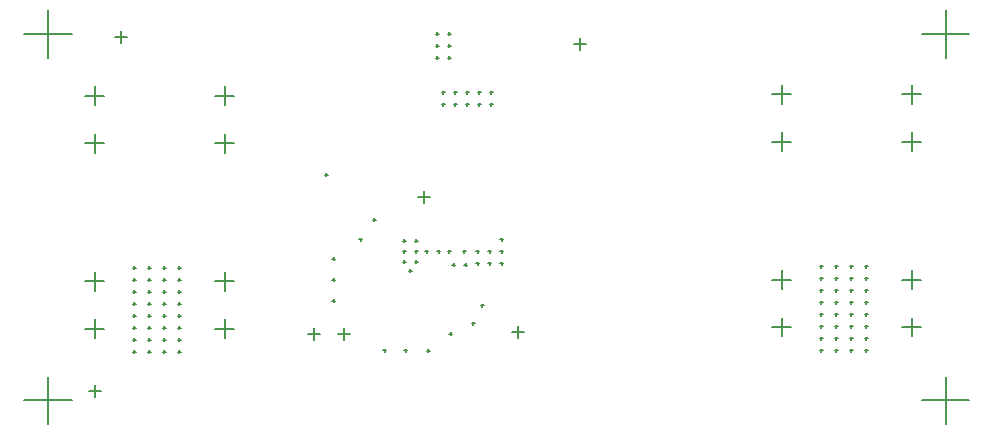
<source format=gbr>
G04*
G04 #@! TF.GenerationSoftware,Altium Limited,Altium Designer,23.0.1 (38)*
G04*
G04 Layer_Color=128*
%FSLAX25Y25*%
%MOIN*%
G70*
G04*
G04 #@! TF.SameCoordinates,AE5763C0-F2EE-4BCA-89C6-8F578BEF2D51*
G04*
G04*
G04 #@! TF.FilePolarity,Positive*
G04*
G01*
G75*
%ADD12C,0.00500*%
D12*
X98471Y34000D02*
X102487D01*
X100479Y31992D02*
Y36008D01*
X108471Y34000D02*
X112487D01*
X110479Y31992D02*
Y36008D01*
X67504Y97531D02*
X73803D01*
X70653Y94382D02*
Y100681D01*
X67504Y113279D02*
X73803D01*
X70653Y110130D02*
Y116429D01*
X24197Y51468D02*
X30496D01*
X27347Y48319D02*
Y54618D01*
X67504Y35721D02*
X73803D01*
X70653Y32571D02*
Y38870D01*
X24197Y97531D02*
X30496D01*
X27347Y94382D02*
Y100681D01*
X24197Y35721D02*
X30496D01*
X27347Y32571D02*
Y38870D01*
X24197Y113279D02*
X30496D01*
X27347Y110130D02*
Y116429D01*
X67504Y51468D02*
X73803D01*
X70653Y48319D02*
Y54618D01*
X3937Y11811D02*
X19685D01*
X11811Y3937D02*
Y19685D01*
X3937Y133858D02*
X19685D01*
X11811Y125984D02*
Y141732D01*
X303150Y133858D02*
X318898D01*
X311024Y125984D02*
Y141732D01*
X303150Y11811D02*
X318898D01*
X311024Y3937D02*
Y19685D01*
X135165Y79500D02*
X139102D01*
X137133Y77531D02*
Y81468D01*
X166532Y34500D02*
X170468D01*
X168500Y32531D02*
Y36468D01*
X25532Y15000D02*
X29469D01*
X27500Y13032D02*
Y16969D01*
X34032Y133000D02*
X37969D01*
X36000Y131032D02*
Y134968D01*
X187031Y130500D02*
X190969D01*
X189000Y128532D02*
Y132468D01*
X296504Y98032D02*
X302803D01*
X299654Y94882D02*
Y101181D01*
X296504Y113779D02*
X302803D01*
X299654Y110630D02*
Y116929D01*
X253197Y51968D02*
X259496D01*
X256347Y48819D02*
Y55118D01*
X296504Y36220D02*
X302803D01*
X299654Y33071D02*
Y39370D01*
X253197Y98032D02*
X259496D01*
X256347Y94882D02*
Y101181D01*
X253197Y36220D02*
X259496D01*
X256347Y33071D02*
Y39370D01*
X253197Y113779D02*
X259496D01*
X256347Y110630D02*
Y116929D01*
X296504Y51968D02*
X302803D01*
X299654Y48819D02*
Y55118D01*
X115508Y65500D02*
X116492D01*
X116000Y65008D02*
Y65992D01*
X145508Y34000D02*
X146492D01*
X146000Y33508D02*
Y34492D01*
X134008Y58000D02*
X134992D01*
X134500Y57508D02*
Y58492D01*
X120008Y72000D02*
X120992D01*
X120500Y71508D02*
Y72492D01*
X106595Y52000D02*
X107579D01*
X107087Y51508D02*
Y52492D01*
X106535Y59000D02*
X107520D01*
X107028Y58508D02*
Y59492D01*
X130008Y65000D02*
X130992D01*
X130500Y64508D02*
Y65492D01*
X162508Y65500D02*
X163492D01*
X163000Y65008D02*
Y65992D01*
X162508Y61500D02*
X163492D01*
X163000Y61008D02*
Y61992D01*
X162508Y57500D02*
X163492D01*
X163000Y57008D02*
Y57992D01*
X158508Y57500D02*
X159492D01*
X159000Y57008D02*
Y57992D01*
X158508Y61500D02*
X159492D01*
X159000Y61008D02*
Y61992D01*
X154508Y57500D02*
X155492D01*
X155000Y57008D02*
Y57992D01*
X154508Y61500D02*
X155492D01*
X155000Y61008D02*
Y61992D01*
X104008Y87000D02*
X104992D01*
X104500Y86508D02*
Y87492D01*
X138008Y28390D02*
X138992D01*
X138500Y27898D02*
Y28882D01*
X130508Y28500D02*
X131492D01*
X131000Y28008D02*
Y28992D01*
X269008Y56500D02*
X269992D01*
X269500Y56008D02*
Y56992D01*
X274008Y56500D02*
X274992D01*
X274500Y56008D02*
Y56992D01*
X279008Y56500D02*
X279992D01*
X279500Y56008D02*
Y56992D01*
X284008Y56500D02*
X284992D01*
X284500Y56008D02*
Y56992D01*
X284008Y52500D02*
X284992D01*
X284500Y52008D02*
Y52992D01*
X279008Y52500D02*
X279992D01*
X279500Y52008D02*
Y52992D01*
X274008Y52500D02*
X274992D01*
X274500Y52008D02*
Y52992D01*
X269008Y52500D02*
X269992D01*
X269500Y52008D02*
Y52992D01*
X284008Y48500D02*
X284992D01*
X284500Y48008D02*
Y48992D01*
X279008Y48500D02*
X279992D01*
X279500Y48008D02*
Y48992D01*
X274008Y48500D02*
X274992D01*
X274500Y48008D02*
Y48992D01*
X269008Y48500D02*
X269992D01*
X269500Y48008D02*
Y48992D01*
X284008Y44500D02*
X284992D01*
X284500Y44008D02*
Y44992D01*
X279008Y44500D02*
X279992D01*
X279500Y44008D02*
Y44992D01*
X274008Y44500D02*
X274992D01*
X274500Y44008D02*
Y44992D01*
X269008Y44500D02*
X269992D01*
X269500Y44008D02*
Y44992D01*
X284008Y40500D02*
X284992D01*
X284500Y40008D02*
Y40992D01*
X279008Y40500D02*
X279992D01*
X279500Y40008D02*
Y40992D01*
X274008Y40500D02*
X274992D01*
X274500Y40008D02*
Y40992D01*
X269008Y40500D02*
X269992D01*
X269500Y40008D02*
Y40992D01*
X284008Y36500D02*
X284992D01*
X284500Y36008D02*
Y36992D01*
X279008Y36500D02*
X279992D01*
X279500Y36008D02*
Y36992D01*
X274008Y36500D02*
X274992D01*
X274500Y36008D02*
Y36992D01*
X269008Y36500D02*
X269992D01*
X269500Y36008D02*
Y36992D01*
X284008Y32500D02*
X284992D01*
X284500Y32008D02*
Y32992D01*
X279008Y32500D02*
X279992D01*
X279500Y32008D02*
Y32992D01*
X274008Y32500D02*
X274992D01*
X274500Y32008D02*
Y32992D01*
X269008Y32500D02*
X269992D01*
X269500Y32008D02*
Y32992D01*
X284008Y28500D02*
X284992D01*
X284500Y28008D02*
Y28992D01*
X279008Y28500D02*
X279992D01*
X279500Y28008D02*
Y28992D01*
X274008Y28500D02*
X274992D01*
X274500Y28008D02*
Y28992D01*
X269008Y28500D02*
X269992D01*
X269500Y28008D02*
Y28992D01*
X40008Y28000D02*
X40992D01*
X40500Y27508D02*
Y28492D01*
X45008Y28000D02*
X45992D01*
X45500Y27508D02*
Y28492D01*
X50008Y28000D02*
X50992D01*
X50500Y27508D02*
Y28492D01*
X55008Y28000D02*
X55992D01*
X55500Y27508D02*
Y28492D01*
X40008Y32000D02*
X40992D01*
X40500Y31508D02*
Y32492D01*
X45008Y32000D02*
X45992D01*
X45500Y31508D02*
Y32492D01*
X50008Y32000D02*
X50992D01*
X50500Y31508D02*
Y32492D01*
X55008Y32000D02*
X55992D01*
X55500Y31508D02*
Y32492D01*
X40008Y36000D02*
X40992D01*
X40500Y35508D02*
Y36492D01*
X45008Y36000D02*
X45992D01*
X45500Y35508D02*
Y36492D01*
X50008Y36000D02*
X50992D01*
X50500Y35508D02*
Y36492D01*
X55008Y36000D02*
X55992D01*
X55500Y35508D02*
Y36492D01*
X40008Y40000D02*
X40992D01*
X40500Y39508D02*
Y40492D01*
X45008Y40000D02*
X45992D01*
X45500Y39508D02*
Y40492D01*
X50008Y40000D02*
X50992D01*
X50500Y39508D02*
Y40492D01*
X55008Y40000D02*
X55992D01*
X55500Y39508D02*
Y40492D01*
X40008Y44000D02*
X40992D01*
X40500Y43508D02*
Y44492D01*
X45008Y44000D02*
X45992D01*
X45500Y43508D02*
Y44492D01*
X50008Y44000D02*
X50992D01*
X50500Y43508D02*
Y44492D01*
X55008Y44000D02*
X55992D01*
X55500Y43508D02*
Y44492D01*
X40008Y48000D02*
X40992D01*
X40500Y47508D02*
Y48492D01*
X45008Y48000D02*
X45992D01*
X45500Y47508D02*
Y48492D01*
X50008Y48000D02*
X50992D01*
X50500Y47508D02*
Y48492D01*
X55008Y48000D02*
X55992D01*
X55500Y47508D02*
Y48492D01*
X40008Y52000D02*
X40992D01*
X40500Y51508D02*
Y52492D01*
X45008Y52000D02*
X45992D01*
X45500Y51508D02*
Y52492D01*
X50008Y52000D02*
X50992D01*
X50500Y51508D02*
Y52492D01*
X55008Y52000D02*
X55992D01*
X55500Y51508D02*
Y52492D01*
X55008Y56000D02*
X55992D01*
X55500Y55508D02*
Y56492D01*
X50008Y56000D02*
X50992D01*
X50500Y55508D02*
Y56492D01*
X45008Y56000D02*
X45992D01*
X45500Y55508D02*
Y56492D01*
X40008Y56000D02*
X40992D01*
X40500Y55508D02*
Y56492D01*
X106508Y45000D02*
X107492D01*
X107000Y44508D02*
Y45492D01*
X150008Y61500D02*
X150992D01*
X150500Y61008D02*
Y61992D01*
X150508Y57000D02*
X151492D01*
X151000Y56508D02*
Y57492D01*
X146508Y57000D02*
X147492D01*
X147000Y56508D02*
Y57492D01*
X145008Y61500D02*
X145992D01*
X145500Y61008D02*
Y61992D01*
X141508Y61500D02*
X142492D01*
X142000Y61008D02*
Y61992D01*
X137508Y61500D02*
X138492D01*
X138000Y61008D02*
Y61992D01*
X132008Y55000D02*
X132992D01*
X132500Y54508D02*
Y55492D01*
X130008Y58000D02*
X130992D01*
X130500Y57508D02*
Y58492D01*
X134008Y61500D02*
X134992D01*
X134500Y61008D02*
Y61992D01*
X130008Y61500D02*
X130992D01*
X130500Y61008D02*
Y61992D01*
X134008Y65000D02*
X134992D01*
X134500Y64508D02*
Y65492D01*
X159008Y114500D02*
X159992D01*
X159500Y114008D02*
Y114992D01*
X155008Y114500D02*
X155992D01*
X155500Y114008D02*
Y114992D01*
X151008Y114500D02*
X151992D01*
X151500Y114008D02*
Y114992D01*
X143008Y114500D02*
X143992D01*
X143500Y114008D02*
Y114992D01*
X155008Y110500D02*
X155992D01*
X155500Y110008D02*
Y110992D01*
X159008Y110500D02*
X159992D01*
X159500Y110008D02*
Y110992D01*
X151008Y110500D02*
X151992D01*
X151500Y110008D02*
Y110992D01*
X147008Y110500D02*
X147992D01*
X147500Y110008D02*
Y110992D01*
X143008Y110500D02*
X143992D01*
X143500Y110008D02*
Y110992D01*
X147008Y114500D02*
X147992D01*
X147500Y114008D02*
Y114992D01*
X141008Y126000D02*
X141992D01*
X141500Y125508D02*
Y126492D01*
X141008Y130000D02*
X141992D01*
X141500Y129508D02*
Y130492D01*
X141008Y134000D02*
X141992D01*
X141500Y133508D02*
Y134492D01*
X145008Y134000D02*
X145992D01*
X145500Y133508D02*
Y134492D01*
X123508Y28500D02*
X124492D01*
X124000Y28008D02*
Y28992D01*
X156008Y43500D02*
X156992D01*
X156500Y43008D02*
Y43992D01*
X145008Y126000D02*
X145992D01*
X145500Y125508D02*
Y126492D01*
X145008Y130000D02*
X145992D01*
X145500Y129508D02*
Y130492D01*
X153008Y37500D02*
X153992D01*
X153500Y37008D02*
Y37992D01*
M02*

</source>
